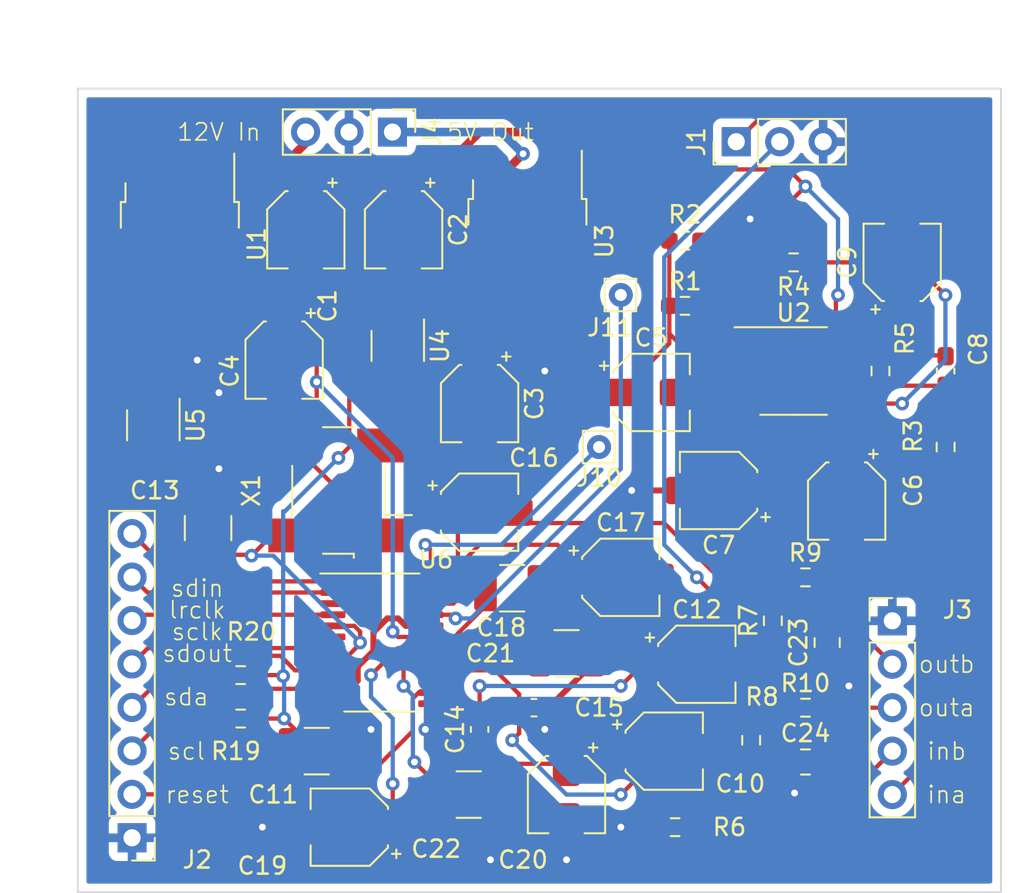
<source format=kicad_pcb>
(kicad_pcb (version 20211014) (generator pcbnew)
  (layers (0 "F.Cu" signal) (31 "B.Cu" signal) (34 "B.Paste" user) (35 "F.Paste" user) (36 "B.SilkS" user "B.Silkscreen") (37 "F.SilkS" user "F.Silkscreen") (38 "B.Mask" user) (39 "F.Mask" user) (44 "Edge.Cuts" user))
  (net 0 "")
  (net 1 "+9V")
  (net 2 "GND")
  (net 3 "Net-(C2-Pad1)")
  (net 4 "Net-(C12-Pad1)")
  (net 5 "Net-(C16-Pad1)")
  (net 6 "Net-(C5-Pad1)")
  (net 7 "Net-(C6-Pad1)")
  (net 8 "Net-(C6-Pad2)")
  (net 9 "Net-(C7-Pad1)")
  (net 10 "Net-(C8-Pad1)")
  (net 11 "Net-(C8-Pad2)")
  (net 12 "Net-(C9-Pad2)")
  (net 13 "Net-(C10-Pad2)")
  (net 14 "Net-(C11-Pad1)")
  (net 15 "Net-(C10-Pad1)")
  (net 16 "Net-(C19-Pad1)")
  (net 17 "Net-(C16-Pad2)")
  (net 18 "Net-(C17-Pad1)")
  (net 19 "Net-(U6-Pad24)")
  (net 20 "Net-(C23-Pad2)")
  (net 21 "Net-(U6-Pad21)")
  (net 22 "Net-(C24-Pad2)")
  (net 23 "Net-(C17-Pad2)")
  (net 24 "Net-(C20-Pad1)")
  (net 25 "Net-(C18-Pad2)")
  (net 26 "Net-(J2-Pad8)")
  (net 27 "Net-(C12-Pad2)")
  (net 28 "Net-(U6-Pad3)")
  (net 29 "Net-(J2-Pad4)")
  (net 30 "Net-(J2-Pad5)")
  (net 31 "Net-(J2-Pad6)")
  (net 32 "Net-(J2-Pad7)")
  (net 33 "+12V")
  (net 34 "Net-(R4-Pad2)")
  (net 37 "Net-(J2-Pad2)")
  (net 38 "Net-(J2-Pad3)")
  (footprint "Resistor_SMD:R_0603_1608Metric_Pad0.98x0.95mm_HandSolder" (layer "F.Cu") (at 79.95 52.07 90)
    (fp_text reference "R3")
    (fp_text value "2k2")
  )
  (footprint "Resistor_SMD:R_0603_1608Metric_Pad0.98x0.95mm_HandSolder" (layer "F.Cu") (at 64.135 74.295)
    (fp_text reference "R6")
    (fp_text value "47k")
  )
  (footprint "Capacitor_SMD:CP_Elec_4x4.5" (layer "F.Cu") (at 45.085 74.295 180)
    (fp_text reference "C19")
    (fp_text value "47uF")
  )
  (footprint "Connector_PinHeader_2.54mm:PinHeader_1x03_P2.54mm_Vertical" (layer "F.Cu") (at 67.71 34.22 90)
    (fp_text reference "J1")
    (fp_text value "10k Pot")
  )
  (footprint "Resistor_SMD:R_0603_1608Metric_Pad0.98x0.95mm_HandSolder" (layer "F.Cu") (at 71.755 59.69)
    (fp_text reference "R9")
    (fp_text value "470")
  )
  (footprint "Capacitor_SMD:C_0603_1608Metric_Pad1.08x0.95mm_HandSolder" (layer "F.Cu") (at 52.705 68.58 90)
    (fp_text reference "C14")
    (fp_text value "220pF")
  )
  (footprint "Oscillator:Oscillator_SMD_SeikoEpson_SG8002CA-4Pin_7.0x5.0mm_HandSoldering" (layer "F.Cu") (at 44.45 54.61 90)
    (fp_text reference "X1")
    (fp_text value "SG-5032CAN")
  )
  (footprint "Resistor_SMD:R_0603_1608Metric_Pad0.98x0.95mm_HandSolder" (layer "F.Cu") (at 64.71 43.815)
    (fp_text reference "R1")
    (fp_text value "12k")
  )
  (footprint "Capacitor_SMD:CP_Elec_4x4.5" (layer "F.Cu") (at 48.26 39.37 -90)
    (fp_text reference "C2")
    (fp_text value "2.2uF")
  )
  (footprint "Resistor_SMD:R_0603_1608Metric_Pad0.98x0.95mm_HandSolder" (layer "F.Cu") (at 76.14 47.625 -90)
    (fp_text reference "R5")
    (fp_text value "4k7")
  )
  (footprint "Connector_Pin:Pin_D0.7mm_L6.5mm_W1.8mm_FlatFork" (layer "F.Cu") (at 60.96 43.18)
    (fp_text reference "J11")
    (fp_text value "Conn_01x01_Female")
  )
  (footprint "Capacitor_SMD:C_0603_1608Metric_Pad1.08x0.95mm_HandSolder" (layer "F.Cu") (at 79.95 47.625 90)
    (fp_text reference "C8")
    (fp_text value "220pF")
  )
  (footprint "Resistor_SMD:R_0603_1608Metric_Pad0.98x0.95mm_HandSolder" (layer "F.Cu") (at 71.755 67.31)
    (fp_text reference "R10")
    (fp_text value "470")
  )
  (footprint "Capacitor_SMD:CP_Elec_4x4.5" (layer "F.Cu") (at 66.675 54.61 180)
    (fp_text reference "C7")
    (fp_text value "1uF")
  )
  (footprint "Capacitor_SMD:CP_Elec_4x4.5" (layer "F.Cu") (at 63.5 69.85)
    (fp_text reference "C10")
    (fp_text value "10uF")
  )
  (footprint "Connector_PinHeader_2.54mm:PinHeader_1x03_P2.54mm_Vertical" (layer "F.Cu") (at 47.61 33.655 -90)
    (fp_text reference "J4")
    (fp_text value "Conn_01x03_Female")
  )
  (footprint "Resistor_SMD:R_0603_1608Metric_Pad0.98x0.95mm_HandSolder" (layer "F.Cu") (at 38.735 65.405)
    (fp_text reference "R20")
    (fp_text value "2k2")
  )
  (footprint "Capacitor_SMD:CP_Elec_4x4.5" (layer "F.Cu") (at 60.96 59.69)
    (fp_text reference "C17")
    (fp_text value "3.3uF")
  )
  (footprint "Capacitor_SMD:C_1210_3225Metric_Pad1.33x2.70mm_HandSolder" (layer "F.Cu") (at 43.18 69.85)
    (fp_text reference "C11")
    (fp_text value "0.1uF")
  )
  (footprint "Resistor_SMD:R_0603_1608Metric_Pad0.98x0.95mm_HandSolder" (layer "F.Cu") (at 38.735 67.945)
    (fp_text reference "R19")
    (fp_text value "2k2")
  )
  (footprint "Resistor_SMD:R_0603_1608Metric_Pad0.98x0.95mm_HandSolder" (layer "F.Cu") (at 69.85 62.23 90)
    (fp_text reference "R7")
    (fp_text value "10k")
  )
  (footprint "Package_SO:TSSOP-24_4.4x7.8mm_P0.65mm" (layer "F.Cu") (at 46.99 63.5)
    (fp_text reference "U6")
    (fp_text value "CS4270-CZZ")
  )
  (footprint "Capacitor_SMD:C_0805_2012Metric_Pad1.18x1.45mm_HandSolder" (layer "F.Cu") (at 73.025 63.5 90)
    (fp_text reference "C23")
    (fp_text value "3.3nF")
  )
  (footprint "Capacitor_SMD:CP_Elec_4x4.5" (layer "F.Cu") (at 52.705 49.53 -90)
    (fp_text reference "C3")
    (fp_text value "2.2uF")
  )
  (footprint "Package_SO:SOIC-8_3.9x4.9mm_P1.27mm" (layer "F.Cu") (at 71.06 47.625)
    (fp_text reference "U2")
    (fp_text value "TL072")
  )
  (footprint "Connector_PinHeader_2.54mm:PinHeader_1x05_P2.54mm_Vertical" (layer "F.Cu") (at 76.835 62.23)
    (fp_text reference "J3")
    (fp_text value "Conn_01x05_Female")
  )
  (footprint "Resistor_SMD:R_0603_1608Metric_Pad0.98x0.95mm_HandSolder" (layer "F.Cu") (at 64.71 40.005 180)
    (fp_text reference "R2")
    (fp_text value "12k")
  )
  (footprint "Package_TO_SOT_SMD:TO-252-2" (layer "F.Cu") (at 35.18 40.215 -90)
    (fp_text reference "U1")
    (fp_text value "9V Linear Regulator")
  )
  (footprint "Capacitor_SMD:C_0805_2012Metric_Pad1.18x1.45mm_HandSolder" (layer "F.Cu") (at 71.755 70.485)
    (fp_text reference "C24")
    (fp_text value "3.3nF")
  )
  (footprint "Connector_PinHeader_2.54mm:PinHeader_1x08_P2.54mm_Vertical" (layer "F.Cu") (at 32.385 74.915 180)
    (fp_text reference "J2")
    (fp_text value "Conn_01x08_Female")
  )
  (footprint "Capacitor_SMD:CP_Elec_4x4.5" (layer "F.Cu") (at 57.785 72.39 -90)
    (fp_text reference "C20")
    (fp_text value "10uF")
  )
  (footprint "Capacitor_SMD:CP_Elec_4x4.5" (layer "F.Cu") (at 42.545 39.37 -90)
    (fp_text reference "C1")
    (fp_text value "2.2uF")
  )
  (footprint "Package_TO_SOT_SMD:TO-252-2" (layer "F.Cu") (at 55.5 40.04 -90)
    (fp_text reference "U3")
    (fp_text value "5V Linear Regulator")
  )
  (footprint "Capacitor_SMD:CP_Elec_4x4.5" (layer "F.Cu") (at 74.165 55.23 -90)
    (fp_text reference "C6")
    (fp_text value "1uF")
  )
  (footprint "Capacitor_SMD:C_1210_3225Metric_Pad1.33x2.70mm_HandSolder" (layer "F.Cu") (at 36.83 56.8075 90)
    (fp_text reference "C13")
    (fp_text value "0.1uF")
  )
  (footprint "Package_TO_SOT_SMD:TSOT-23-5_HandSoldering" (layer "F.Cu") (at 33.655 50.8 -90)
    (fp_text reference "U5")
    (fp_text value "5V Analog")
  )
  (footprint "Capacitor_SMD:C_1210_3225Metric_Pad1.33x2.70mm_HandSolder" (layer "F.Cu") (at 52.07 72.39)
    (fp_text reference "C22")
    (fp_text value "0.1uF")
  )
  (footprint "Capacitor_SMD:C_0603_1608Metric_Pad1.08x0.95mm_HandSolder" (layer "F.Cu") (at 55.88 67.31 180)
    (fp_text reference "C15")
    (fp_text value "220pF")
  )
  (footprint "Capacitor_SMD:CP_Elec_4x4.5" (layer "F.Cu") (at 52.705 55.88)
    (fp_text reference "C16")
    (fp_text value "3.3uF")
  )
  (footprint "Capacitor_SMD:CP_Elec_4x4.5" (layer "F.Cu") (at 65.405 64.77)
    (fp_text reference "C12")
    (fp_text value "10uF")
  )
  (footprint "Capacitor_SMD:C_1210_3225Metric_Pad1.33x2.70mm_HandSolder" (layer "F.Cu") (at 54.61 60.325 180)
    (fp_text reference "C18")
    (fp_text value "0.1uF")
  )
  (footprint "Capacitor_SMD:C_1210_3225Metric_Pad1.33x2.70mm_HandSolder" (layer "F.Cu") (at 57.785 64.135 180)
    (fp_text reference "C21")
    (fp_text value "0.1uF")
  )
  (footprint "Capacitor_SMD:CP_Elec_4x4.5" (layer "F.Cu") (at 62.735 48.88)
    (fp_text reference "C5")
    (fp_text value "1uF")
  )
  (footprint "Resistor_SMD:R_0603_1608Metric_Pad0.98x0.95mm_HandSolder" (layer "F.Cu") (at 68.58 69.215 90)
    (fp_text reference "R8")
    (fp_text value "10k")
  )
  (footprint "Capacitor_SMD:CP_Elec_4x4.5" (layer "F.Cu") (at 77.41 41.275 90)
    (fp_text reference "C9")
    (fp_text value "10uF")
  )
  (footprint "Resistor_SMD:R_0603_1608Metric_Pad0.98x0.95mm_HandSolder" (layer "F.Cu") (at 71.06 41.275 180)
    (fp_text reference "R4")
    (fp_text value "1M")
  )
  (footprint "Package_TO_SOT_SMD:TSOT-23-5_HandSoldering" (layer "F.Cu") (at 47.945 46.16 -90)
    (fp_text reference "U4")
    (fp_text value "3.3V Digital")
  )
  (footprint "Capacitor_SMD:CP_Elec_4x4.5" (layer "F.Cu") (at 41.275 46.99 -90)
    (fp_text reference "C4")
    (fp_text value "2.2uF")
  )
  (footprint "Connector_Pin:Pin_D0.7mm_L6.5mm_W1.8mm_FlatFork" (layer "F.Cu") (at 59.69 52.07)
    (fp_text reference "J10")
    (fp_text value "Conn_01x01_Female")
  )
  (gr_rect (start 29.21 78.105) (end 83.185 31.115) (layer "Edge.Cuts") (width 0.1) (fill none))
  (gr_text "reset" (at 36.195 72.39) (layer "F.SilkS") (effects (font (size 1 1) (thickness 0.1))))
  (gr_text "12V In" (at 37.465 33.655) (layer "F.SilkS") (effects (font (size 1 1) (thickness 0.1))))
  (gr_text "lrclk" (at 36.195 61.595) (layer "F.SilkS") (effects (font (size 1 1) (thickness 0.1))))
  (gr_text "5V Out" (at 53.34 33.655) (layer "F.SilkS") (effects (font (size 1 1) (thickness 0.1))))
  (gr_text "sdout" (at 36.195 64.135) (layer "F.SilkS") (effects (font (size 1 1) (thickness 0.1))))
  (gr_text "inb" (at 80.01 69.85) (layer "F.SilkS") (effects (font (size 1 1) (thickness 0.1))))
  (gr_text "outb" (at 80.01 64.77) (layer "F.SilkS") (effects (font (size 1 1) (thickness 0.1))))
  (gr_text "outa" (at 80.01 67.31) (layer "F.SilkS") (effects (font (size 1 1) (thickness 0.1))))
  (gr_text "ina" (at 80.01 72.39) (layer "F.SilkS") (effects (font (size 1 1) (thickness 0.1))))
  (gr_text "sdin" (at 36.195 60.325) (layer "F.SilkS") (effects (font (size 1 1) (thickness 0.1))))
  (gr_text "scl" (at 35.56 69.85) (layer "F.SilkS") (effects (font (size 1 1) (thickness 0.1))))
  (gr_text "sclk" (at 36.195 62.865) (layer "F.SilkS") (effects (font (size 1 1) (thickness 0.1))))
  (gr_text "sda" (at 35.56 66.675) (layer "F.SilkS") (effects (font (size 1 1) (thickness 0.1))))
  (segment (start 55.595 33.655) (end 57.78 35.84) (width 0.5) (layer "F.Cu") (net 1))
  (segment (start 32.385 46.355) (end 31.115 45.085) (width 0.25) (layer "F.Cu") (net 1))
  (segment (start 50.8 35.56) (end 52.705 33.655) (width 0.5) (layer "F.Cu") (net 1))
  (segment (start 65.6225 42.9625) (end 71.755 36.83) (width 0.25) (layer "F.Cu") (net 1))
  (segment (start 70.765 35.84) (end 71.755 36.83) (width 0.25) (layer "F.Cu") (net 1))
  (segment (start 73.535 43.305) (end 73.66 43.18) (width 0.25) (layer "F.Cu") (net 1))
  (segment (start 65.6225 43.815) (end 65.6225 42.9625) (width 0.25) (layer "F.Cu") (net 1))
  (segment (start 42.545 38.205) (end 35.09 38.205) (width 0.5) (layer "F.Cu") (net 1))
  (segment (start 42.545 37.57) (end 44.555 35.56) (width 0.5) (layer "F.Cu") (net 1))
  (segment (start 34.29 46.355) (end 32.385 46.355) (width 0.25) (layer "F.Cu") (net 1))
  (segment (start 73.535 45.72) (end 73.535 43.305) (width 0.25) (layer "F.Cu") (net 1))
  (segment (start 34.605 46.67) (end 34.605 49.725) (width 0.25) (layer "F.Cu") (net 1))
  (segment (start 44.555 35.56) (end 50.8 35.56) (width 0.5) (layer "F.Cu") (net 1))
  (segment (start 35.09 38.205) (end 32.9 36.015) (width 0.5) (layer "F.Cu") (net 1))
  (segment (start 31.115 45.085) (end 31.115 37.8) (width 0.25) (layer "F.Cu") (net 1))
  (segment (start 52.705 33.655) (end 55.595 33.655) (width 0.5) (layer "F.Cu") (net 1))
  (segment (start 34.29 46.355) (end 34.605 46.67) (width 0.25) (layer "F.Cu") (net 1))
  (segment (start 32.9 36.015) (end 31.115 37.8) (width 0.25) (layer "F.Cu") (net 1))
  (segment (start 57.78 35.84) (end 70.765 35.84) (width 0.25) (layer "F.Cu") (net 1))
  (via (at 71.755 36.83) (size 0.8) (drill 0.4) (layers "F.Cu" "B.Cu") (net 1))
  (via (at 73.66 43.18) (size 0.8) (drill 0.4) (layers "F.Cu" "B.Cu") (net 1))
  (segment (start 73.66 38.735) (end 71.755 36.83) (width 0.25) (layer "B.Cu") (net 1))
  (segment (start 73.66 43.18) (end 73.66 38.735) (width 0.25) (layer "B.Cu") (net 1))
  (segment (start 59.3475 64.705) (end 56.7425 67.31) (width 0.35) (layer "F.Cu") (net 2))
  (segment (start 35.18 42.315) (end 42.035 42.315) (width 0.35) (layer "F.Cu") (net 2))
  (segment (start 47.945 44.45) (end 47.945 41.485) (width 0.35) (layer "F.Cu") (net 2))
  (segment (start 42.545 41.17) (end 48.26 41.17) (width 0.35) (layer "F.Cu") (net 2))
  (segment (start 69.85 63.1425) (end 71.63 63.1425) (width 0.35) (layer "F.Cu") (net 2))
  (segment (start 42.035 42.315) (end 42.545 41.805) (width 0.35) (layer "F.Cu") (net 2))
  (segment (start 64.875 49.22) (end 64.535 48.88) (width 0.35) (layer "F.Cu") (net 2))
  (segment (start 44.1275 67.075) (end 44.1275 68.2575) (width 0.35) (layer "F.Cu") (net 2))
  (segment (start 33.765 50.55) (end 35.81 50.55) (width 0.35) (layer "F.Cu") (net 2))
  (segment (start 43.285 74.295) (end 40.005 74.295) (width 0.35) (layer "F.Cu") (net 2))
  (segment (start 56.7425 67.31) (end 56.7425 68.3525) (width 0.35) (layer "F.Cu") (net 2))
  (segment (start 33.655 50.44) (end 33.765 50.55) (width 0.35) (layer "F.Cu") (net 2))
  (segment (start 56.1725 60.325) (end 59.3475 63.5) (width 0.35) (layer "F.Cu") (net 2))
  (segment (start 59.3475 64.135) (end 59.3475 64.705) (width 0.35) (layer "F.Cu") (net 2))
  (segment (start 45.58 65.731751) (end 44.886751 66.425) (width 0.35) (layer "F.Cu") (net 2))
  (segment (start 53.6325 75.9075) (end 53.34 76.2) (width 0.35) (layer "F.Cu") (net 2))
  (segment (start 37.57 48.79) (end 37.465 48.895) (width 0.35) (layer "F.Cu") (net 2))
  (segment (start 64.875 54.61) (end 64.875 49.22) (width 0.35) (layer "F.Cu") (net 2))
  (segment (start 35.18 45.975) (end 36.195 46.99) (width 0.35) (layer "F.Cu") (net 2))
  (segment (start 36.83 53.975) (end 37.465 53.34) (width 0.35) (layer "F.Cu") (net 2))
  (segment (start 52.055 51.98) (end 47.05 51.98) (width 0.35) (layer "F.Cu") (net 2))
  (segment (start 45.085 69.85) (end 46.355 68.58) (width 0.35) (layer "F.Cu") (net 2))
  (segment (start 44.1275 66.425) (end 44.1275 67.075) (width 0.35) (layer "F.Cu") (net 2))
  (segment (start 44.7425 69.85) (end 45.085 69.85) (width 0.35) (layer "F.Cu") (net 2))
  (segment (start 33.655 49.09) (end 33.655 50.44) (width 0.35) (layer "F.Cu") (net 2))
  (segment (start 46.495 62.898984) (end 46.495 63.995) (width 0.35) (layer "F.Cu") (net 2))
  (segment (start 73.025 64.77) (end 74.295 66.04) (width 0.35) (layer "F.Cu") (net 2))
  (segment (start 47.303984 62.09) (end 46.495 62.898984) (width 0.35) (layer "F.Cu") (net 2))
  (segment (start 65.6225 40.005) (end 67.25 40.005) (width 0.35) (layer "F.Cu") (net 2))
  (segment (start 47.946016 62.09) (end 47.303984 62.09) (width 0.35) (layer "F.Cu") (net 2))
  (segment (start 53.6325 73.66) (end 53.6325 75.9075) (width 0.35) (layer "F.Cu") (net 2))
  (segment (start 65.185 49.53) (end 64.535 48.88) (width 0.35) (layer "F.Cu") (net 2))
  (segment (start 57.785 73.555) (end 57.785 76.2) (width 0.35) (layer "F.Cu") (net 2))
  (segment (start 63.2225 74.295) (end 60.96 74.295) (width 0.35) (layer "F.Cu") (net 2))
  (segment (start 35.18 42.315) (end 35.18 45.975) (width 0.35) (layer "F.Cu") (net 2))
  (segment (start 44.886751 66.425) (end 44.1275 66.425) (width 0.35) (layer "F.Cu") (net 2))
  (segment (start 44.1275 68.2575) (end 44.45 68.58) (width 0.35) (layer "F.Cu") (net 2))
  (segment (start 36.83 55.245) (end 36.83 53.975) (width 0.35) (layer "F.Cu") (net 2))
  (segment (start 49.8525 62.525) (end 48.381016 62.525) (width 0.35) (layer "F.Cu") (net 2))
  (segment (start 70.8925 70.485) (end 68.9375 70.485) (width 0.25) (layer "F.Cu") (net 2))
  (segment (start 67.25 40.005) (end 68.52 38.735) (width 0.35) (layer "F.Cu") (net 2))
  (segment (start 49.8525 68.2575) (end 49.53 68.58) (width 0.35) (layer "F.Cu") (net 2))
  (segment (start 68.9375 70.485) (end 68.58 70.1275) (width 0.25) (layer "F.Cu") (net 2))
  (segment (start 56.41 47.625) (end 56.515 47.625) (width 0.35) (layer "F.Cu") (net 2))
  (segment (start 45.58 64.91) (end 45.58 65.731751) (width 0.35) (layer "F.Cu") (net 2))
  (segment (start 73.025 64.5375) (end 73.025 64.77) (width 0.35) (layer "F.Cu") (net 2))
  (segment (start 56.7425 68.3525) (end 56.515 68.58) (width 0.35) (layer "F.Cu") (net 2))
  (segment (start 64.875 54.61) (end 61.595 54.61) (width 0.35) (layer "F.Cu") (net 2))
  (segment (start 68.585 49.53) (end 65.185 49.53) (width 0.35) (layer "F.Cu") (net 2))
  (segment (start 51.6625 69.4425) (end 49.8525 67.6325) (width 0.35) (layer "F.Cu") (net 2))
  (segment (start 35.81 50.55) (end 37.465 48.895) (width 0.35) (layer "F.Cu") (net 2))
  (segment (start 70.7175 70.485) (end 70.7175 71.898) (width 0.35) (layer "F.Cu") (net 2))
  (segment (start 52.705 69.4425) (end 51.6625 69.4425) (width 0.35) (layer "F.Cu") (net 2))
  (segment (start 71.63 63.1425) (end 73.025 64.5375) (width 0.35) (layer "F.Cu") (net 2))
  (segment (start 52.705 51.33) (end 52.055 51.98) (width 0.35) (layer "F.Cu") (net 2))
  (segment (start 47.945 41.485) (end 48.26 41.17) (width 0.35) (layer "F.Cu") (net 2))
  (segment (start 55.5 42.14) (end 55.5 46.61) (width 0.35) (layer "F.Cu") (net 2))
  (segment (start 49.8525 67.6325) (end 49.8525 68.2575) (width 0.35) (layer "F.Cu") (net 2))
  (segment (start 49.8525 67.075) (end 49.8525 67.6325) (width 0.35) (layer "F.Cu") (net 2))
  (segment (start 55.5 46.61) (end 56.515 47.625) (width 0.35) (layer "F.Cu") (net 2))
  (segment (start 46.495 63.995) (end 45.58 64.91) (width 0.35) (layer "F.Cu") (net 2))
  (segment (start 48.381016 62.525) (end 47.946016 62.09) (width 0.35) (layer "F.Cu") (net 2))
  (segment (start 52.705 51.33) (end 56.41 47.625) (width 0.35) (layer "F.Cu") (net 2))
  (segment (start 59.3475 63.5) (end 59.3475 64.135) (width 0.35) (layer "F.Cu") (net 2))
  (segment (start 41.275 48.79) (end 37.57 48.79) (width 0.35) (layer "F.Cu") (net 2))
  (segment (start 70.7175 71.898) (end 71.12 72.3005) (width 0.35) (layer "F.Cu") (net 2))
  (via (at 71.12 72.3005) (size 0.8) (drill 0.4) (layers "F.Cu" "B.Cu") (net 2))
  (via (at 53.34 76.2) (size 0.8) (drill 0.4) (layers "F.Cu" "B.Cu") (net 2))
  (via (at 37.465 48.895) (size 0.8) (drill 0.4) (layers "F.Cu" "B.Cu") (net 2))
  (via (at 68.52 38.735) (size 0.8) (drill 0.4) (layers "F.Cu" "B.Cu") (net 2))
  (via (at 56.515 68.58) (size 0.8) (drill 0.4) (layers "F.Cu" "B.Cu") (net 2))
  (via (at 37.465 53.34) (size 0.8) (drill 0.4) (layers "F.Cu" "B.Cu") (net 2))
  (via (at 49.53 68.58) (size 0.8) (drill 0.4) (layers "F.Cu" "B.Cu") (net 2))
  (via (at 56.515 47.625) (size 0.8) (drill 0.4) (layers "F.Cu" "B.Cu") (net 2))
  (via (at 36.195 46.99) (size 0.8) (drill 0.4) (layers "F.Cu" "B.Cu") (net 2))
  (via (at 74.295 66.04) (size 0.8) (drill 0.4) (layers "F.Cu" "B.Cu") (net 2))
  (via (at 40.005 74.295) (size 0.8) (drill 0.4) (layers "F.Cu" "B.Cu") (net 2))
  (via (at 61.595 54.61) (size 0.8) (drill 0.4) (layers "F.Cu" "B.Cu") (net 2))
  (via (at 46.355 68.58) (size 0.8) (drill 0.4) (layers "F.Cu" "B.Cu") (net 2))
  (via (at 60.96 74.295) (size 0.8) (drill 0.4) (layers "F.Cu" "B.Cu") (net 2))
  (via (at 57.785 76.2) (size 0.8) (drill 0.4) (layers "F.Cu" "B.Cu") (net 2))
  (segment (start 50.8 42.545) (end 50.8 40.11) (width 0.25) (layer "F.Cu") (net 3))
  (segment (start 50.8 40.11) (end 48.26 37.57) (width 0.25) (layer "F.Cu") (net 3))
  (segment (start 48.26 37.57) (end 51.49 37.57) (width 0.25) (layer "F.Cu") (net 3))
  (segment (start 48.895 44.45) (end 50.8 42.545) (width 0.25) (layer "F.Cu") (net 3))
  (segment (start 53.22 35.84) (end 54.33 35.84) (width 0.5) (layer "F.Cu") (net 3))
  (segment (start 51.49 37.57) (end 53.22 35.84) (width 0.25) (layer "F.Cu") (net 3))
  (segment (start 54.33 35.84) (end 55.245 34.925) (width 0.5) (layer "F.Cu") (net 3))
  (via (at 55.245 34.925) (size 0.8) (drill 0.4) (layers "F.Cu" "B.Cu") (net 3))
  (segment (start 55.245 34.925) (end 53.975 33.655) (width 0.5) (layer "B.Cu") (net 3))
  (segment (start 53.975 33.655) (end 47.61 33.655) (width 0.5) (layer "B.Cu") (net 3))
  (segment (start 62.23 64.77) (end 60.96 66.04) (width 0.25) (layer "F.Cu") (net 4))
  (segment (start 50.7625 65.775) (end 52.705 67.7175) (width 0.25) (layer "F.Cu") (net 4))
  (segment (start 49.8525 65.775) (end 50.7625 65.775) (width 0.25) (layer "F.Cu") (net 4))
  (segment (start 63.605 64.77) (end 62.23 64.77) (width 0.25) (layer "F.Cu") (net 4))
  (segment (start 52.705 67.7175) (end 52.705 66.04) (width 0.25) (layer "F.Cu") (net 4))
  (via (at 60.96 66.04) (size 0.8) (drill 0.4) (layers "F.Cu" "B.Cu") (net 4))
  (via (at 52.705 66.04) (size 0.8) (drill 0.4) (layers "F.Cu" "B.Cu") (net 4))
  (segment (start 52.705 66.04) (end 60.96 66.04) (width 0.25) (layer "B.Cu") (net 4))
  (segment (start 51.435 59.731041) (end 51.435 57.045) (width 0.25) (layer "F.Cu") (net 5))
  (segment (start 50.591041 60.575) (end 51.435 59.731041) (width 0.25) (layer "F.Cu") (net 5))
  (segment (start 49.8525 60.575) (end 50.591041 60.575) (width 0.25) (layer "F.Cu") (net 5))
  (segment (start 51.435 57.045) (end 50.905 56.515) (width 0.25) (layer "F.Cu") (net 5))
  (segment (start 66.615 48.26) (end 63.7975 45.4425) (width 0.25) (layer "F.Cu") (net 6))
  (segment (start 63.7975 40.005) (end 63.7975 43.815) (width 0.25) (layer "F.Cu") (net 6))
  (segment (start 60.935 48.88) (end 63.7975 46.0175) (width 0.25) (layer "F.Cu") (net 6))
  (segment (start 63.7975 46.0175) (end 63.7975 45.4425) (width 0.25) (layer "F.Cu") (net 6))
  (segment (start 63.7975 45.4425) (end 63.7975 43.815) (width 0.25) (layer "F.Cu") (net 6))
  (segment (start 68.58 48.26) (end 66.615 48.26) (width 0.25) (layer "F.Cu") (net 6))
  (segment (start 78.023173 41.275) (end 79.939086 43.190914) (width 0.25) (layer "F.Cu") (net 7))
  (segment (start 71.9725 41.275) (end 78.023173 41.275) (width 0.25) (layer "F.Cu") (net 7))
  (segment (start 74.165 50.155) (end 74.165 53.43) (width 0.25) (layer "F.Cu") (net 7))
  (segment (start 73.54 49.53) (end 74.165 50.155) (width 0.25) (layer "F.Cu") (net 7))
  (segment (start 77.342995 49.53) (end 73.54 49.53) (width 0.25) (layer "F.Cu") (net 7))
  (segment (start 77.342995 49.53) (end 77.41 49.53) (width 0.25) (layer "F.Cu") (net 7))
  (via (at 77.41 49.53) (size 0.8) (drill 0.4) (layers "F.Cu" "B.Cu") (net 7))
  (via (at 79.939086 43.190914) (size 0.8) (drill 0.4) (layers "F.Cu" "B.Cu") (net 7))
  (segment (start 79.939086 47.000914) (end 79.939086 43.190914) (width 0.25) (layer "B.Cu") (net 7))
  (segment (start 77.41 49.53) (end 79.939086 47.000914) (width 0.25) (layer "B.Cu") (net 7))
  (segment (start 79.375 69.85) (end 76.835 72.39) (width 0.25) (layer "F.Cu") (net 8))
  (segment (start 74.165 57.03) (end 75.445 57.03) (width 0.25) (layer "F.Cu") (net 8))
  (segment (start 75.445 57.03) (end 79.375 60.96) (width 0.25) (layer "F.Cu") (net 8))
  (segment (start 79.375 60.96) (end 79.375 69.85) (width 0.25) (layer "F.Cu") (net 8))
  (segment (start 69.27 55.405) (end 77.5275 55.405) (width 0.25) (layer "F.Cu") (net 9))
  (segment (start 68.475 54.61) (end 69.27 55.405) (width 0.25) (layer "F.Cu") (net 9))
  (segment (start 77.5275 55.405) (end 79.95 52.9825) (width 0.25) (layer "F.Cu") (net 9))
  (segment (start 73.54 48.26) (end 75.8625 48.26) (width 0.25) (layer "F.Cu") (net 10))
  (segment (start 79.95 48.4875) (end 79.95 51.1575) (width 0.25) (layer "F.Cu") (net 10))
  (segment (start 75.8625 48.26) (end 76.14 48.5375) (width 0.25) (layer "F.Cu") (net 10))
  (segment (start 76.14 48.5375) (end 76.19 48.4875) (width 0.25) (layer "F.Cu") (net 10))
  (segment (start 76.19 48.4875) (end 79.95 48.4875) (width 0.25) (layer "F.Cu") (net 10))
  (segment (start 79.9 46.7125) (end 79.95 46.7625) (width 0.25) (layer "F.Cu") (net 11))
  (segment (start 75.8625 46.99) (end 76.14 46.7125) (width 0.25) (layer "F.Cu") (net 11))
  (segment (start 76.14 46.7125) (end 76.14 44.345) (width 0.25) (layer "F.Cu") (net 11))
  (segment (start 73.54 46.99) (end 75.8625 46.99) (width 0.25) (layer "F.Cu") (net 11))
  (segment (start 76.14 46.7125) (end 79.9 46.7125) (width 0.25) (layer "F.Cu") (net 11))
  (segment (start 76.14 44.345) (end 77.41 43.075) (width 0.25) (layer "F.Cu") (net 11))
  (segment (start 77.41 39.475) (end 77.425 39.46) (width 0.25) (layer "F.Cu") (net 12))
  (segment (start 77.425 39.46) (end 77.425 34.22) (width 0.25) (layer "F.Cu") (net 12))
  (segment (start 75.695 32.49) (end 77.425 34.22) (width 0.25) (layer "F.Cu") (net 12))
  (segment (start 67.71 34.22) (end 69.44 32.49) (width 0.25) (layer "F.Cu") (net 12))
  (segment (start 69.44 32.49) (end 75.695 32.49) (width 0.25) (layer "F.Cu") (net 12))
  (segment (start 65.0475 74.295) (end 65.0475 70.1025) (width 0.25) (layer "F.Cu") (net 13))
  (segment (start 73.66 73.025) (end 68.475 73.025) (width 0.25) (layer "F.Cu") (net 13))
  (segment (start 68.475 73.025) (end 65.3 69.85) (width 0.25) (layer "F.Cu") (net 13))
  (segment (start 76.835 69.85) (end 73.66 73.025) (width 0.25) (layer "F.Cu") (net 13))
  (segment (start 65.0475 70.1025) (end 65.3 69.85) (width 0.25) (layer "F.Cu") (net 13))
  (segment (start 39.32 58.37) (end 39.37 58.42) (width 0.25) (layer "F.Cu") (net 14))
  (segment (start 45.085 52.07) (end 44.45 52.705) (width 0.25) (layer "F.Cu") (net 14))
  (segment (start 47.815 46.545) (end 46.995 45.725) (width 0.25) (layer "F.Cu") (net 14))
  (segment (start 44.1275 62.525) (end 45.38 62.525) (width 0.25) (layer "F.Cu") (net 14))
  (segment (start 44.816041 64.475) (end 45.72 63.571041) (width 0.25) (layer "F.Cu") (net 14))
  (segment (start 44.1275 64.475) (end 44.816041 64.475) (width 0.25) (layer "F.Cu") (net 14))
  (segment (start 41.85 57.24) (end 40.55 57.24) (width 0.25) (layer "F.Cu") (net 14))
  (segment (start 39.6475 67.945) (end 41.275 67.945) (width 0.25) (layer "F.Cu") (net 14))
  (segment (start 52.705 47.73) (end 51.52 46.545) (width 0.25) (layer "F.Cu") (net 14))
  (segment (start 36.83 58.37) (end 39.32 58.37) (width 0.25) (layer "F.Cu") (net 14))
  (segment (start 45.72 63.571041) (end 45.72 63.5) (width 0.25) (layer "F.Cu") (net 14))
  (segment (start 39.6475 65.405) (end 41.165402 65.405) (width 0.25) (layer "F.Cu") (net 14))
  (segment (start 45.085 51.885) (end 45.085 52.07) (width 0.25) (layer "F.Cu") (net 14))
  (segment (start 40.55 57.24) (end 39.37 58.42) (width 0.25) (layer "F.Cu") (net 14))
  (segment (start 51.52 46.545) (end 47.815 46.545) (width 0.25) (layer "F.Cu") (net 14))
  (segment (start 45.085 46.36) (end 46.995 44.45) (width 0.25) (layer "F.Cu") (net 14))
  (segment (start 45.72 63.5) (end 45.72 62.865) (width 0.25) (layer "F.Cu") (net 14))
  (segment (start 42.3175 69.85) (end 42.3175 68.9875) (width 0.25) (layer "F.Cu") (net 14))
  (segment (start 45.38 62.525) (end 45.72 62.865) (width 0.25) (layer "F.Cu") (net 14))
  (segment (start 42.3175 68.9875) (end 41.275 67.945) (width 0.25) (layer "F.Cu") (net 14))
  (segment (start 37.465 58.0775) (end 37.8075 58.42) (width 0.25) (layer "F.Cu") (net 14))
  (segment (start 46.995 45.725) (end 46.995 44.45) (width 0.25) (layer "F.Cu") (net 14))
  (segment (start 45.085 51.885) (end 45.085 46.36) (width 0.25) (layer "F.Cu") (net 14))
  (segment (start 41.165402 65.405) (end 41.220201 65.459799) (width 0.25) (layer "F.Cu") (net 14))
  (via (at 41.220201 65.459799) (size 0.8) (drill 0.4) (layers "F.Cu" "B.Cu") (net 14))
  (via (at 41.275 67.945) (size 0.8) (drill 0.4) (layers "F.Cu" "B.Cu") (net 14))
  (via (at 39.37 58.42) (size 0.8) (drill 0.4) (layers "F.Cu" "B.Cu") (net 14))
  (via (at 44.45 52.705) (size 0.8) (drill 0.4) (layers "F.Cu" "B.Cu") (net 14))
  (via (at 45.72 63.5) (size 0.8) (drill 0.4) (layers "F.Cu" "B.Cu") (net 14))
  (segment (start 44.45 52.705) (end 41.329799 55.825201) (width 0.25) (layer "B.Cu") (net 14))
  (segment (start 41.5925 59.3725) (end 40.64 58.42) (width 0.25) (layer "B.Cu") (net 14))
  (segment (start 41.275 67.945) (end 41.275 65.514598) (width 0.25) (layer "B.Cu") (net 14))
  (segment (start 45.72 63.5) (end 41.5925 59.3725) (width 0.25) (layer "B.Cu") (net 14))
  (segment (start 41.220201 58.474799) (end 41.220201 55.825201) (width 0.25) (layer "B.Cu") (net 14))
  (segment (start 40.64 58.42) (end 39.37 58.42) (width 0.25) (layer "B.Cu") (net 14))
  (segment (start 41.5925 59.3725) (end 41.220201 59.000201) (width 0.25) (layer "B.Cu") (net 14))
  (segment (start 41.220201 65.459799) (end 41.220201 58.474799) (width 0.25) (layer "B.Cu") (net 14))
  (segment (start 41.220201 59.000201) (end 41.220201 58.474799) (width 0.25) (layer "B.Cu") (net 14))
  (segment (start 41.275 65.514598) (end 41.220201 65.459799) (width 0.25) (layer "B.Cu") (net 14))
  (segment (start 41.329799 55.825201) (end 41.220201 55.825201) (width 0.25) (layer "B.Cu") (net 14))
  (segment (start 61.7 69.85) (end 61.7 71.65) (width 0.25) (layer "F.Cu") (net 15))
  (segment (start 49.8525 65.125) (end 53.62 65.125) (width 0.25) (layer "F.Cu") (net 15))
  (segment (start 55.0175 68.8075) (end 55.0175 66.675) (width 0.25) (layer "F.Cu") (net 15))
  (segment (start 55.0175 66.675) (end 55.0175 66.5225) (width 0.25) (layer "F.Cu") (net 15))
  (segment (start 55.0175 66.5225) (end 53.62 65.125) (width 0.25) (layer "F.Cu") (net 15))
  (segment (start 54.61 69.215) (end 55.0175 68.8075) (width 0.25) (layer "F.Cu") (net 15))
  (segment (start 61.7 71.65) (end 60.96 72.39) (width 0.25) (layer "F.Cu") (net 15))
  (via (at 60.96 72.39) (size 0.8) (drill 0.4) (layers "F.Cu" "B.Cu") (net 15))
  (via (at 54.61 69.215) (size 0.8) (drill 0.4) (layers "F.Cu" "B.Cu") (net 15))
  (segment (start 60.96 72.39) (end 57.785 72.39) (width 0.25) (layer "B.Cu") (net 15))
  (segment (start 57.785 72.39) (end 54.61 69.215) (width 0.25) (layer "B.Cu") (net 15))
  (segment (start 46.885 74.295) (end 47.625 73.555) (width 0.25) (layer "F.Cu") (net 16))
  (segment (start 55.9125 63.825) (end 56.2225 64.135) (width 0.25) (layer "F.Cu") (net 16))
  (segment (start 46.355 65.405) (end 47.935 63.825) (width 0.25) (layer "F.Cu") (net 16))
  (segment (start 49.8525 63.825) (end 55.9125 63.825) (width 0.25) (layer "F.Cu") (net 16))
  (segment (start 47.625 73.555) (end 47.625 71.755) (width 0.25) (layer "F.Cu") (net 16))
  (segment (start 56.2225 64.135) (end 55.7125 63.625) (width 0.25) (layer "F.Cu") (net 16))
  (segment (start 47.935 63.825) (end 49.8525 63.825) (width 0.25) (layer "F.Cu") (net 16))
  (via (at 46.355 65.405) (size 0.8) (drill 0.4) (layers "F.Cu" "B.Cu") (net 16))
  (via (at 47.625 71.755) (size 0.8) (drill 0.4) (layers "F.Cu" "B.Cu") (net 16))
  (segment (start 46.355 66.675) (end 46.355 65.405) (width 0.25) (layer "B.Cu") (net 16))
  (segment (start 47.625 67.945) (end 46.355 66.675) (width 0.25) (layer "B.Cu") (net 16))
  (segment (start 47.625 71.755) (end 47.625 67.945) (width 0.25) (layer "B.Cu") (net 16))
  (segment (start 63.5 56.515) (end 68.3025 61.3175) (width 0.25) (layer "F.Cu") (net 17))
  (segment (start 54.505 56.515) (end 63.5 56.515) (width 0.25) (layer "F.Cu") (net 17))
  (segment (start 70.8425 60.325) (end 69.85 61.3175) (width 0.25) (layer "F.Cu") (net 17))
  (segment (start 70.8425 59.69) (end 70.8425 60.325) (width 0.25) (layer "F.Cu") (net 17))
  (segment (start 68.3025 61.3175) (end 69.85 61.3175) (width 0.25) (layer "F.Cu") (net 17))
  (segment (start 49.8525 61.225) (end 51.17 61.225) (width 0.25) (layer "F.Cu") (net 18))
  (segment (start 52.705 57.785) (end 57.255 57.785) (width 0.25) (layer "F.Cu") (net 18))
  (segment (start 51.885 58.605) (end 52.705 57.785) (width 0.25) (layer "F.Cu") (net 18))
  (segment (start 51.17 61.225) (end 51.885 60.51) (width 0.25) (layer "F.Cu") (net 18))
  (segment (start 51.885 60.51) (end 51.885 58.605) (width 0.25) (layer "F.Cu") (net 18))
  (segment (start 57.255 57.785) (end 59.16 59.69) (width 0.25) (layer "F.Cu") (net 18))
  (segment (start 49.8525 59.925) (end 49.8525 58.1075) (width 0.25) (layer "F.Cu") (net 19))
  (segment (start 49.8525 58.1075) (end 49.53 57.785) (width 0.25) (layer "F.Cu") (net 19))
  (via (at 49.53 57.785) (size 0.8) (drill 0.4) (layers "F.Cu" "B.Cu") (net 19))
  (segment (start 53.975 57.785) (end 59.69 52.07) (width 0.25) (layer "B.Cu") (net 19))
  (segment (start 49.53 57.785) (end 53.975 57.785) (width 0.25) (layer "B.Cu") (net 19))
  (segment (start 74.5275 62.4625) (end 73.025 62.4625) (width 0.25) (layer "F.Cu") (net 20))
  (segment (start 72.6675 62.105) (end 73.025 62.4625) (width 0.25) (layer "F.Cu") (net 20))
  (segment (start 76.835 64.77) (end 74.5275 62.4625) (width 0.25) (layer "F.Cu") (net 20))
  (segment (start 72.6675 59.69) (end 72.6675 62.105) (width 0.25) (layer "F.Cu") (net 20))
  (segment (start 49.8525 61.875) (end 51.08 61.875) (width 0.25) (layer "F.Cu") (net 21))
  (segment (start 51.08 61.875) (end 51.295201 62.090201) (width 0.25) (layer "F.Cu") (net 21))
  (via (at 51.295201 62.090201) (size 0.8) (drill 0.4) (layers "F.Cu" "B.Cu") (net 21))
  (segment (start 60.96 53.34) (end 60.96 43.18) (width 0.25) (layer "B.Cu") (net 21))
  (segment (start 52.209799 62.090201) (end 60.96 53.34) (width 0.25) (layer "B.Cu") (net 21))
  (segment (start 51.295201 62.090201) (end 52.209799 62.090201) (width 0.25) (layer "B.Cu") (net 21))
  (segment (start 76.835 67.31) (end 72.6675 67.31) (width 0.25) (layer "F.Cu") (net 22))
  (segment (start 72.6675 67.31) (end 72.6675 70.435) (width 0.25) (layer "F.Cu") (net 22))
  (segment (start 68.3025 68.3025) (end 68.58 68.3025) (width 0.25) (layer "F.Cu") (net 23))
  (segment (start 69.5725 67.31) (end 68.58 68.3025) (width 0.25) (layer "F.Cu") (net 23))
  (segment (start 65.58 62.51) (end 65.58 65.58) (width 0.25) (layer "F.Cu") (net 23))
  (segment (start 65.58 65.58) (end 68.3025 68.3025) (width 0.25) (layer "F.Cu") (net 23))
  (segment (start 70.8425 67.31) (end 69.5725 67.31) (width 0.25) (layer "F.Cu") (net 23))
  (segment (start 62.76 59.69) (end 65.58 62.51) (width 0.25) (layer "F.Cu") (net 23))
  (segment (start 50.5075 72.39) (end 52.3075 70.59) (width 0.25) (layer "F.Cu") (net 24))
  (segment (start 50.5075 72.0975) (end 48.895 70.485) (width 0.25) (layer "F.Cu") (net 24))
  (segment (start 52.3075 70.59) (end 57.785 70.59) (width 0.25) (layer "F.Cu") (net 24))
  (segment (start 48.26 64.77) (end 48.26 66.04) (width 0.25) (layer "F.Cu") (net 24))
  (segment (start 48.555 64.475) (end 48.26 64.77) (width 0.25) (layer "F.Cu") (net 24))
  (segment (start 49.8525 64.475) (end 48.555 64.475) (width 0.25) (layer "F.Cu") (net 24))
  (segment (start 50.5075 72.39) (end 50.5075 72.0975) (width 0.25) (layer "F.Cu") (net 24))
  (via (at 48.26 66.04) (size 0.8) (drill 0.4) (layers "F.Cu" "B.Cu") (net 24))
  (via (at 48.895 70.485) (size 0.8) (drill 0.4) (layers "F.Cu" "B.Cu") (net 24))
  (segment (start 48.895 70.485) (end 48.805 70.395) (width 0.25) (layer "B.Cu") (net 24))
  (segment (start 48.805 70.395) (end 48.805 66.585) (width 0.25) (layer "B.Cu") (net 24))
  (segment (start 48.805 66.585) (end 48.26 66.04) (width 0.25) (layer "B.Cu") (net 24))
  (segment (start 43.18 47.095) (end 43.18 48.26) (width 0.25) (layer "F.Cu") (net 25))
  (segment (start 33.005 51.05) (end 32.705 50.75) (width 0.25) (layer "F.Cu") (net 25))
  (segment (start 37.215 50.415) (end 42.295 50.415) (width 0.25) (layer "F.Cu") (net 25))
  (segment (start 36.58 51.05) (end 37.215 50.415) (width 0.25) (layer "F.Cu") (net 25))
  (segment (start 53.0475 61.3625) (end 53.0475 60.325) (width 0.25) (layer "F.Cu") (net 25))
  (segment (start 42.295 50.415) (end 43.18 49.53) (width 0.25) (layer "F.Cu") (net 25))
  (segment (start 47.935 63.175) (end 47.625 62.865) (width 0.25) (layer "F.Cu") (net 25))
  (segment (start 49.8525 63.175) (end 47.935 63.175) (width 0.25) (layer "F.Cu") (net 25))
  (segment (start 49.8525 63.175) (end 51.235 63.175) (width 0.25) (layer "F.Cu") (net 25))
  (segment (start 43.18 49.53) (end 43.18 48.26) (width 0.25) (layer "F.Cu") (net 25))
  (segment (start 36.58 51.05) (end 33.005 51.05) (width 0.25) (layer "F.Cu") (net 25))
  (segment (start 51.235 63.175) (end 53.0475 61.3625) (width 0.25) (layer "F.Cu") (net 25))
  (segment (start 32.705 50.75) (end 32.705 49.725) (width 0.25) (layer "F.Cu") (net 25))
  (segment (start 41.275 45.19) (end 43.18 47.095) (width 0.25) (layer "F.Cu") (net 25))
  (via (at 47.625 62.865) (size 0.8) (drill 0.4) (layers "F.Cu" "B.Cu") (net 25))
  (via (at 43.18 48.26) (size 0.8) (drill 0.4) (layers "F.Cu" "B.Cu") (net 25))
  (segment (start 47.625 62.865) (end 47.625 52.705) (width 0.25) (layer "B.Cu") (net 25))
  (segment (start 47.625 52.705) (end 43.18 48.26) (width 0.25) (layer "B.Cu") (net 25))
  (segment (start 35.175 59.925) (end 44.1275 59.925) (width 0.25) (layer "F.Cu") (net 26))
  (segment (start 32.385 57.135) (end 35.175 59.925) (width 0.25) (layer "F.Cu") (net 26))
  (segment (start 67.205 64.77) (end 67.205 61.49) (width 0.25) (layer "F.Cu") (net 27))
  (segment (start 67.205 61.49) (end 65.405 59.69) (width 0.25) (layer "F.Cu") (net 27))
  (via (at 65.405 59.69) (size 0.8) (drill 0.4) (layers "F.Cu" "B.Cu") (net 27))
  (segment (start 63.5 57.785) (end 63.5 40.97) (width 0.25) (layer "B.Cu") (net 27))
  (segment (start 63.5 40.97) (end 70.25 34.22) (width 0.25) (layer "B.Cu") (net 27))
  (segment (start 65.405 59.69) (end 63.5 57.785) (width 0.25) (layer "B.Cu") (net 27))
  (segment (start 45.19 60.851041) (end 45.19 55.32) (width 0.25) (layer "F.Cu") (net 28))
  (segment (start 44.1275 61.225) (end 44.82 61.225) (width 0.25) (layer "F.Cu") (net 28))
  (segment (start 45.19 55.32) (end 41.85 51.98) (width 0.25) (layer "F.Cu") (net 28))
  (segment (start 44.816041 61.225) (end 45.19 60.851041) (width 0.25) (layer "F.Cu") (net 28))
  (segment (start 44.1275 61.225) (end 44.816041 61.225) (width 0.25) (layer "F.Cu") (net 28))
  (segment (start 38.9525 64.275) (end 41.06 64.275) (width 0.25) (layer "F.Cu") (net 29))
  (segment (start 32.385 67.295) (end 34.275 65.405) (width 0.25) (layer "F.Cu") (net 29))
  (segment (start 37.8225 65.405) (end 38.9525 64.275) (width 0.25) (layer "F.Cu") (net 29))
  (segment (start 41.06 64.275) (end 41.91 65.125) (width 0.25) (layer "F.Cu") (net 29))
  (segment (start 34.275 65.405) (end 37.8225 65.405) (width 0.25) (layer "F.Cu") (net 29))
  (segment (start 41.91 65.125) (end 44.1275 65.125) (width 0.25) (layer "F.Cu") (net 29))
  (segment (start 33.315 63.825) (end 32.385 64.755) (width 0.25) (layer "F.Cu") (net 30))
  (segment (start 44.1275 63.825) (end 33.315 63.825) (width 0.25) (layer "F.Cu") (net 30))
  (segment (start 44.1275 61.875) (end 32.725 61.875) (width 0.25) (layer "F.Cu") (net 31))
  (segment (start 32.725 61.875) (end 32.385 62.215) (width 0.25) (layer "F.Cu") (net 31))
  (segment (start 33.285 60.575) (end 32.385 59.675) (width 0.25) (layer "F.Cu") (net 32))
  (segment (start 44.1275 60.575) (end 33.285 60.575) (width 0.25) (layer "F.Cu") (net 32))
  (segment (start 42.545 34.29) (end 40.82 36.015) (width 0.5) (layer "F.Cu") (net 33))
  (segment (start 40.82 36.015) (end 37.46 36.015) (width 0.5) (layer "F.Cu") (net 33))
  (segment (start 68.58 45.72) (end 68.58 42.8425) (width 0.25) (layer "F.Cu") (net 34))
  (segment (start 68.58 42.8425) (end 70.1475 41.275) (width 0.25) (layer "F.Cu") (net 34))
  (segment (start 68.58 46.99) (end 68.58 45.72) (width 0.25) (layer "F.Cu") (net 34))
  (segment (start 48.79 66.78) (end 49.145 66.425) (width 0.25) (layer "F.Cu") (net 37))
  (segment (start 44.435 72.375) (end 44.45 72.39) (width 0.25) (layer "F.Cu") (net 37))
  (segment (start 44.45 72.39) (end 45.085 72.39) (width 0.25) (layer "F.Cu") (net 37))
  (segment (start 49.145 66.425) (end 49.8525 66.425) (width 0.25) (layer "F.Cu") (net 37))
  (segment (start 32.385 72.375) (end 44.435 72.375) (width 0.25) (layer "F.Cu") (net 37))
  (segment (start 48.79 68.02) (end 48.79 66.78) (width 0.25) (layer "F.Cu") (net 37))
  (segment (start 45.085 72.39) (end 48.79 68.685) (width 0.25) (layer "F.Cu") (net 37))
  (segment (start 48.79 68.685) (end 48.79 67.84) (width 0.25) (layer "F.Cu") (net 37))
  (segment (start 42.38 66.205) (end 39.5625 66.205) (width 0.25) (layer "F.Cu") (net 38))
  (segment (start 34.275 67.945) (end 32.385 69.835) (width 0.25) (layer "F.Cu") (net 38))
  (segment (start 44.1275 65.775) (end 42.81 65.775) (width 0.25) (layer "F.Cu") (net 38))
  (segment (start 39.5625 66.205) (end 37.8225 67.945) (width 0.25) (layer "F.Cu") (net 38))
  (segment (start 42.81 65.775) (end 42.38 66.205) (width 0.25) (layer "F.Cu") (net 38))
  (segment (start 37.8225 67.945) (end 34.275 67.945) (width 0.25) (layer "F.Cu") (net 38))
  (zone (net 2) (net_name "GND") (layer "B.Cu") (connect_pads (clearance 0.508)) (min_thickness 0.254) (fill yes (thermal_gap 0.508) (thermal_bridge_width 0.508))
    (polygon (pts (xy 83.185 78.105) (xy 29.21 78.105) (xy 29.21 31.115) (xy 83.185 31.115)))
  )
)
</source>
